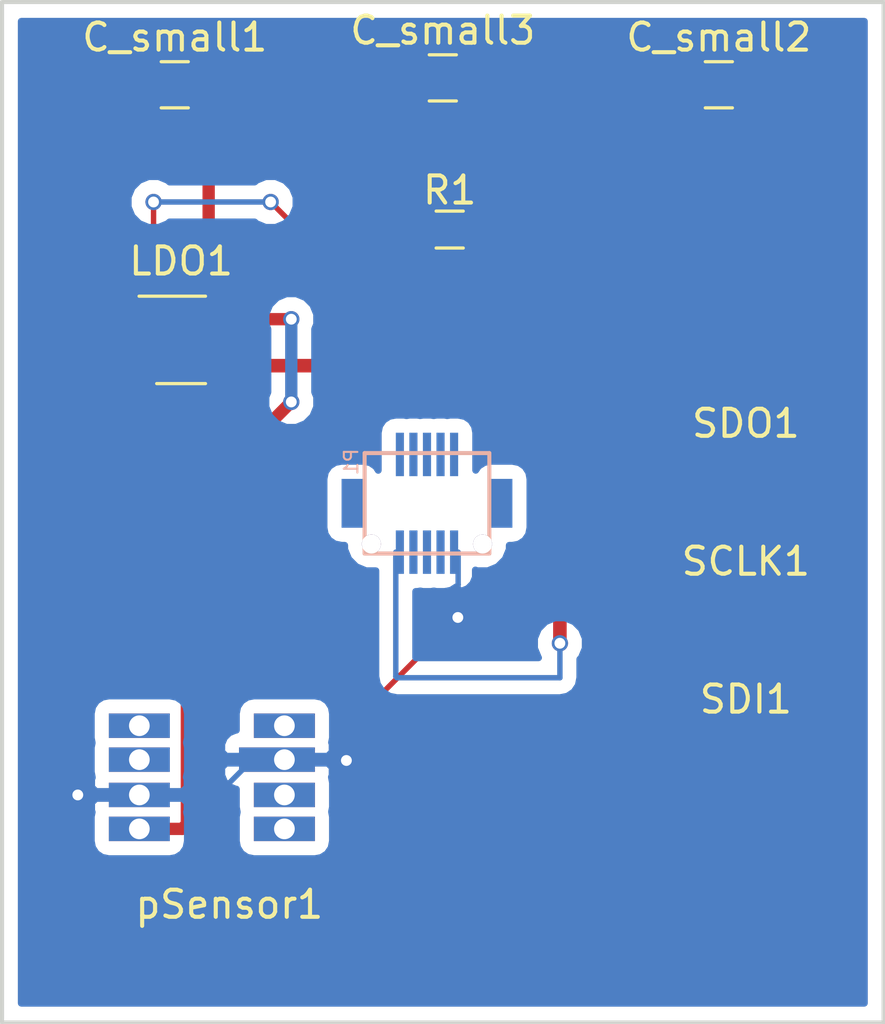
<source format=kicad_pcb>
(kicad_pcb (version 4) (host pcbnew 4.0.6-e0-6349~53~ubuntu16.04.1)

  (general
    (links 20)
    (no_connects 18)
    (area 132.279 96.876 164.704477 115.481)
    (thickness 1.6)
    (drawings 4)
    (tracks 66)
    (zones 0)
    (modules 10)
    (nets 15)
  )

  (page A4)
  (layers
    (0 F.Cu signal)
    (31 B.Cu signal)
    (32 B.Adhes user)
    (33 F.Adhes user)
    (34 B.Paste user)
    (35 F.Paste user)
    (36 B.SilkS user)
    (37 F.SilkS user)
    (38 B.Mask user)
    (39 F.Mask user)
    (40 Dwgs.User user)
    (41 Cmts.User user)
    (42 Eco1.User user)
    (43 Eco2.User user)
    (44 Edge.Cuts user)
    (45 Margin user)
    (46 B.CrtYd user)
    (47 F.CrtYd user)
    (48 B.Fab user hide)
    (49 F.Fab user hide)
  )

  (setup
    (last_trace_width 0.2)
    (trace_clearance 0.1524)
    (zone_clearance 0.508)
    (zone_45_only no)
    (trace_min 0.1524)
    (segment_width 0.2)
    (edge_width 0.15)
    (via_size 0.6)
    (via_drill 0.4)
    (via_min_size 0.4)
    (via_min_drill 0.3302)
    (uvia_size 0.3)
    (uvia_drill 0.1)
    (uvias_allowed no)
    (uvia_min_size 0)
    (uvia_min_drill 0)
    (pcb_text_width 0.3)
    (pcb_text_size 1.5 1.5)
    (mod_edge_width 0.15)
    (mod_text_size 1 1)
    (mod_text_width 0.15)
    (pad_size 0.3 1.6)
    (pad_drill 0)
    (pad_to_mask_clearance 0)
    (aux_axis_origin 0 0)
    (visible_elements FFFFFF7F)
    (pcbplotparams
      (layerselection 0x00030_80000001)
      (usegerberextensions false)
      (excludeedgelayer true)
      (linewidth 0.100000)
      (plotframeref false)
      (viasonmask false)
      (mode 1)
      (useauxorigin false)
      (hpglpennumber 1)
      (hpglpenspeed 20)
      (hpglpendiameter 15)
      (hpglpenoverlay 2)
      (psnegative false)
      (psa4output false)
      (plotreference true)
      (plotvalue true)
      (plotinvisibletext false)
      (padsonsilk false)
      (subtractmaskfromsilk false)
      (outputformat 1)
      (mirror false)
      (drillshape 1)
      (scaleselection 1)
      (outputdirectory ""))
  )

  (net 0 "")
  (net 1 /GND)
  (net 2 /Vreg)
  (net 3 /VDD)
  (net 4 "Net-(LDO1-Pad1)")
  (net 5 "Net-(LDO1-Pad3)")
  (net 6 "Net-(P1-Pad6)")
  (net 7 "Net-(P1-Pad10)")
  (net 8 "Net-(P1-Pad8)")
  (net 9 /CSB)
  (net 10 "Net-(P1-Pad4)")
  (net 11 /SDO)
  (net 12 /SCLK)
  (net 13 /SDI)
  (net 14 "Net-(pSensor1-Pad4)")

  (net_class Default "This is the default net class."
    (clearance 0.1524)
    (trace_width 0.2)
    (via_dia 0.6)
    (via_drill 0.4)
    (uvia_dia 0.3)
    (uvia_drill 0.1)
    (add_net /CSB)
    (add_net /GND)
    (add_net /SCLK)
    (add_net /SDI)
    (add_net /SDO)
    (add_net /VDD)
    (add_net /Vreg)
    (add_net "Net-(LDO1-Pad1)")
    (add_net "Net-(LDO1-Pad3)")
    (add_net "Net-(P1-Pad10)")
    (add_net "Net-(P1-Pad4)")
    (add_net "Net-(P1-Pad6)")
    (add_net "Net-(P1-Pad8)")
    (add_net "Net-(pSensor1-Pad4)")
  )

  (module Capacitors_SMD:C_0805_HandSoldering (layer F.Cu) (tedit 58AA84A8) (tstamp 58E011D9)
    (at 90.698 84.582)
    (descr "Capacitor SMD 0805, hand soldering")
    (tags "capacitor 0805")
    (path /589F5C60)
    (attr smd)
    (fp_text reference C_small1 (at 0 -1.75) (layer F.SilkS)
      (effects (font (size 1 1) (thickness 0.15)))
    )
    (fp_text value 0.1uF (at 0 1.75) (layer F.Fab)
      (effects (font (size 1 1) (thickness 0.15)))
    )
    (fp_text user %R (at 0 -1.75) (layer F.Fab)
      (effects (font (size 1 1) (thickness 0.15)))
    )
    (fp_line (start -1 0.62) (end -1 -0.62) (layer F.Fab) (width 0.1))
    (fp_line (start 1 0.62) (end -1 0.62) (layer F.Fab) (width 0.1))
    (fp_line (start 1 -0.62) (end 1 0.62) (layer F.Fab) (width 0.1))
    (fp_line (start -1 -0.62) (end 1 -0.62) (layer F.Fab) (width 0.1))
    (fp_line (start 0.5 -0.85) (end -0.5 -0.85) (layer F.SilkS) (width 0.12))
    (fp_line (start -0.5 0.85) (end 0.5 0.85) (layer F.SilkS) (width 0.12))
    (fp_line (start -2.25 -0.88) (end 2.25 -0.88) (layer F.CrtYd) (width 0.05))
    (fp_line (start -2.25 -0.88) (end -2.25 0.87) (layer F.CrtYd) (width 0.05))
    (fp_line (start 2.25 0.87) (end 2.25 -0.88) (layer F.CrtYd) (width 0.05))
    (fp_line (start 2.25 0.87) (end -2.25 0.87) (layer F.CrtYd) (width 0.05))
    (pad 1 smd rect (at -1.25 0) (size 1.5 1.25) (layers F.Cu F.Paste F.Mask)
      (net 1 /GND))
    (pad 2 smd rect (at 1.25 0) (size 1.5 1.25) (layers F.Cu F.Paste F.Mask)
      (net 2 /Vreg))
    (model Capacitors_SMD.3dshapes/C_0805.wrl
      (at (xyz 0 0 0))
      (scale (xyz 1 1 1))
      (rotate (xyz 0 0 0))
    )
  )

  (module Capacitors_SMD:C_0805_HandSoldering (layer F.Cu) (tedit 58AA84A8) (tstamp 58E011EA)
    (at 110.764 84.582)
    (descr "Capacitor SMD 0805, hand soldering")
    (tags "capacitor 0805")
    (path /589F5C2D)
    (attr smd)
    (fp_text reference C_small2 (at 0 -1.75) (layer F.SilkS)
      (effects (font (size 1 1) (thickness 0.15)))
    )
    (fp_text value 0.47uF (at 0 1.75) (layer F.Fab)
      (effects (font (size 1 1) (thickness 0.15)))
    )
    (fp_text user %R (at 0 -1.75) (layer F.Fab)
      (effects (font (size 1 1) (thickness 0.15)))
    )
    (fp_line (start -1 0.62) (end -1 -0.62) (layer F.Fab) (width 0.1))
    (fp_line (start 1 0.62) (end -1 0.62) (layer F.Fab) (width 0.1))
    (fp_line (start 1 -0.62) (end 1 0.62) (layer F.Fab) (width 0.1))
    (fp_line (start -1 -0.62) (end 1 -0.62) (layer F.Fab) (width 0.1))
    (fp_line (start 0.5 -0.85) (end -0.5 -0.85) (layer F.SilkS) (width 0.12))
    (fp_line (start -0.5 0.85) (end 0.5 0.85) (layer F.SilkS) (width 0.12))
    (fp_line (start -2.25 -0.88) (end 2.25 -0.88) (layer F.CrtYd) (width 0.05))
    (fp_line (start -2.25 -0.88) (end -2.25 0.87) (layer F.CrtYd) (width 0.05))
    (fp_line (start 2.25 0.87) (end 2.25 -0.88) (layer F.CrtYd) (width 0.05))
    (fp_line (start 2.25 0.87) (end -2.25 0.87) (layer F.CrtYd) (width 0.05))
    (pad 1 smd rect (at -1.25 0) (size 1.5 1.25) (layers F.Cu F.Paste F.Mask)
      (net 1 /GND))
    (pad 2 smd rect (at 1.25 0) (size 1.5 1.25) (layers F.Cu F.Paste F.Mask)
      (net 3 /VDD))
    (model Capacitors_SMD.3dshapes/C_0805.wrl
      (at (xyz 0 0 0))
      (scale (xyz 1 1 1))
      (rotate (xyz 0 0 0))
    )
  )

  (module Capacitors_SMD:C_0805_HandSoldering (layer F.Cu) (tedit 58AA84A8) (tstamp 58E011FB)
    (at 100.584 84.328)
    (descr "Capacitor SMD 0805, hand soldering")
    (tags "capacitor 0805")
    (path /58963991)
    (attr smd)
    (fp_text reference C_small3 (at 0 -1.75) (layer F.SilkS)
      (effects (font (size 1 1) (thickness 0.15)))
    )
    (fp_text value 100nF (at 0 1.75) (layer F.Fab)
      (effects (font (size 1 1) (thickness 0.15)))
    )
    (fp_text user %R (at 0 -1.75) (layer F.Fab)
      (effects (font (size 1 1) (thickness 0.15)))
    )
    (fp_line (start -1 0.62) (end -1 -0.62) (layer F.Fab) (width 0.1))
    (fp_line (start 1 0.62) (end -1 0.62) (layer F.Fab) (width 0.1))
    (fp_line (start 1 -0.62) (end 1 0.62) (layer F.Fab) (width 0.1))
    (fp_line (start -1 -0.62) (end 1 -0.62) (layer F.Fab) (width 0.1))
    (fp_line (start 0.5 -0.85) (end -0.5 -0.85) (layer F.SilkS) (width 0.12))
    (fp_line (start -0.5 0.85) (end 0.5 0.85) (layer F.SilkS) (width 0.12))
    (fp_line (start -2.25 -0.88) (end 2.25 -0.88) (layer F.CrtYd) (width 0.05))
    (fp_line (start -2.25 -0.88) (end -2.25 0.87) (layer F.CrtYd) (width 0.05))
    (fp_line (start 2.25 0.87) (end 2.25 -0.88) (layer F.CrtYd) (width 0.05))
    (fp_line (start 2.25 0.87) (end -2.25 0.87) (layer F.CrtYd) (width 0.05))
    (pad 1 smd rect (at -1.25 0) (size 1.5 1.25) (layers F.Cu F.Paste F.Mask)
      (net 2 /Vreg))
    (pad 2 smd rect (at 1.25 0) (size 1.5 1.25) (layers F.Cu F.Paste F.Mask)
      (net 1 /GND))
    (model Capacitors_SMD.3dshapes/C_0805.wrl
      (at (xyz 0 0 0))
      (scale (xyz 1 1 1))
      (rotate (xyz 0 0 0))
    )
  )

  (module TO_SOT_Packages_SMD:SOT-23-5_HandSoldering (layer F.Cu) (tedit 58CE4E7E) (tstamp 58E01210)
    (at 90.932 93.98)
    (descr "5-pin SOT23 package")
    (tags "SOT-23-5 hand-soldering")
    (path /58C0FDA0)
    (attr smd)
    (fp_text reference LDO1 (at 0 -2.9) (layer F.SilkS)
      (effects (font (size 1 1) (thickness 0.15)))
    )
    (fp_text value TPS79733QDCKRQ1 (at 0 2.9) (layer F.Fab)
      (effects (font (size 1 1) (thickness 0.15)))
    )
    (fp_text user %R (at 0 0) (layer F.Fab)
      (effects (font (size 0.5 0.5) (thickness 0.075)))
    )
    (fp_line (start -0.9 1.61) (end 0.9 1.61) (layer F.SilkS) (width 0.12))
    (fp_line (start 0.9 -1.61) (end -1.55 -1.61) (layer F.SilkS) (width 0.12))
    (fp_line (start -0.9 -0.9) (end -0.25 -1.55) (layer F.Fab) (width 0.1))
    (fp_line (start 0.9 -1.55) (end -0.25 -1.55) (layer F.Fab) (width 0.1))
    (fp_line (start -0.9 -0.9) (end -0.9 1.55) (layer F.Fab) (width 0.1))
    (fp_line (start 0.9 1.55) (end -0.9 1.55) (layer F.Fab) (width 0.1))
    (fp_line (start 0.9 -1.55) (end 0.9 1.55) (layer F.Fab) (width 0.1))
    (fp_line (start -2.38 -1.8) (end 2.38 -1.8) (layer F.CrtYd) (width 0.05))
    (fp_line (start -2.38 -1.8) (end -2.38 1.8) (layer F.CrtYd) (width 0.05))
    (fp_line (start 2.38 1.8) (end 2.38 -1.8) (layer F.CrtYd) (width 0.05))
    (fp_line (start 2.38 1.8) (end -2.38 1.8) (layer F.CrtYd) (width 0.05))
    (pad 1 smd rect (at -1.35 -0.95) (size 1.56 0.65) (layers F.Cu F.Paste F.Mask)
      (net 4 "Net-(LDO1-Pad1)"))
    (pad 2 smd rect (at -1.35 0) (size 1.56 0.65) (layers F.Cu F.Paste F.Mask)
      (net 1 /GND))
    (pad 3 smd rect (at -1.35 0.95) (size 1.56 0.65) (layers F.Cu F.Paste F.Mask)
      (net 5 "Net-(LDO1-Pad3)"))
    (pad 4 smd rect (at 1.35 0.95) (size 1.56 0.65) (layers F.Cu F.Paste F.Mask)
      (net 3 /VDD))
    (pad 5 smd rect (at 1.35 -0.95) (size 1.56 0.65) (layers F.Cu F.Paste F.Mask)
      (net 2 /Vreg))
    (model ${KISYS3DMOD}/TO_SOT_Packages_SMD.3dshapes\SOT-23-5.wrl
      (at (xyz 0 0 0))
      (scale (xyz 1 1 1))
      (rotate (xyz 0 0 0))
    )
  )

  (module robosub_footprints:3mm-10pos-receptacle (layer B.Cu) (tedit 58E02F36) (tstamp 58E01226)
    (at 100 100)
    (path /58964302)
    (attr smd)
    (fp_text reference P1 (at -2.794 -1.524 270) (layer B.SilkS)
      (effects (font (size 0.5 0.5) (thickness 0.075)) (justify mirror))
    )
    (fp_text value Mezzanine-Header (at 0.254 -3.556) (layer B.Fab)
      (effects (font (size 1 1) (thickness 0.15)) (justify mirror))
    )
    (fp_line (start 2.3 -1.85) (end 2.3 1.85) (layer B.SilkS) (width 0.15))
    (fp_line (start -2.3 1.85) (end 2.3 1.85) (layer B.SilkS) (width 0.15))
    (fp_line (start -2.3 -1.85) (end 2.3 -1.85) (layer B.SilkS) (width 0.15))
    (fp_line (start -2.3 -1.85) (end -2.3 1.85) (layer B.SilkS) (width 0.15))
    (pad "" thru_hole circle (at 2.05 1.5) (size 0.7 0.7) (drill 0.7) (layers *.Cu *.Mask))
    (pad "" thru_hole circle (at -2.05 1.5) (size 0.7 0.7) (drill 0.7) (layers *.Cu *.Mask))
    (pad 6 smd rect (at 0 -1.8) (size 0.3 1.6) (layers B.Cu B.Paste B.Mask)
      (net 6 "Net-(P1-Pad6)"))
    (pad 10 smd rect (at 1 -1.8) (size 0.3 1.6) (layers B.Cu B.Paste B.Mask)
      (net 7 "Net-(P1-Pad10)"))
    (pad 8 smd rect (at 0.5 -1.8) (size 0.3 1.6) (layers B.Cu B.Paste B.Mask)
      (net 8 "Net-(P1-Pad8)"))
    (pad 2 smd rect (at -1 -1.8) (size 0.3 1.6) (layers B.Cu B.Paste B.Mask)
      (net 9 /CSB))
    (pad 4 smd rect (at -0.5 -1.8) (size 0.3 1.6) (layers B.Cu B.Paste B.Mask)
      (net 10 "Net-(P1-Pad4)"))
    (pad 5 smd rect (at 0 1.8) (size 0.3 1.6) (layers B.Cu B.Paste B.Mask)
      (net 11 /SDO))
    (pad 3 smd rect (at -0.5 1.8) (size 0.3 1.6) (layers B.Cu B.Paste B.Mask)
      (net 12 /SCLK))
    (pad 1 smd rect (at -1 1.8) (size 0.3 1.6) (layers B.Cu B.Paste B.Mask)
      (net 3 /VDD))
    (pad 9 smd rect (at 1 1.8) (size 0.3 1.6) (layers B.Cu B.Paste B.Mask)
      (net 1 /GND))
    (pad 7 smd rect (at 0.5 1.8) (size 0.3 1.6) (layers B.Cu B.Paste B.Mask)
      (net 13 /SDI))
    (pad "" smd rect (at 2.75 0) (size 0.8 1.8) (layers B.Cu B.Paste B.Mask))
    (pad "" smd rect (at -2.75 0) (size 0.8 1.8) (layers B.Cu B.Paste B.Mask))
    (model robosub.3dshapes/3mm-10pos-receptacle.wrl
      (at (xyz 0 0 0))
      (scale (xyz 0.4 0.4 0.4))
      (rotate (xyz -90 0 0))
    )
  )

  (module robosub_footprints:MS5803-14BA (layer F.Cu) (tedit 58D47551) (tstamp 58E01232)
    (at 89.392 111.994)
    (path /58C10254)
    (fp_text reference pSensor1 (at 3.318 2.784) (layer F.SilkS)
      (effects (font (size 1 1) (thickness 0.15)))
    )
    (fp_text value MS580314BA01-00 (at 11.43 3.81) (layer F.Fab)
      (effects (font (size 1 1) (thickness 0.15)))
    )
    (pad 1 thru_hole rect (at 5.35 -3.8) (size 2.25 0.9) (drill 0.762) (layers *.Cu *.Mask)
      (net 12 /SCLK))
    (pad 2 thru_hole rect (at 5.35 -2.55) (size 2.8 0.9) (drill 0.762 (offset -0.275 0)) (layers *.Cu *.Mask)
      (net 1 /GND))
    (pad 3 thru_hole rect (at 5.35 -1.25) (size 2.25 0.9) (drill 0.762) (layers *.Cu *.Mask)
      (net 9 /CSB))
    (pad 4 thru_hole rect (at 5.35 0) (size 2.25 0.9) (drill 0.762) (layers *.Cu *.Mask)
      (net 14 "Net-(pSensor1-Pad4)"))
    (pad 5 thru_hole rect (at 0 0) (size 2.25 0.9) (drill 0.762) (layers *.Cu *.Mask)
      (net 2 /Vreg))
    (pad 6 thru_hole rect (at 0 -1.25) (size 2.25 0.9) (drill 0.762) (layers *.Cu *.Mask)
      (net 1 /GND))
    (pad 7 thru_hole rect (at 0 -2.55) (size 2.25 0.9) (drill 0.762) (layers *.Cu *.Mask)
      (net 13 /SDI))
    (pad 8 thru_hole rect (at 0 -3.8) (size 2.25 0.9) (drill 0.762) (layers *.Cu *.Mask)
      (net 11 /SDO))
  )

  (module Resistors_SMD:R_0603_HandSoldering (layer F.Cu) (tedit 58AAD9E8) (tstamp 58E01243)
    (at 100.838 89.916)
    (descr "Resistor SMD 0603, hand soldering")
    (tags "resistor 0603")
    (path /58C20097)
    (attr smd)
    (fp_text reference R1 (at 0 -1.45) (layer F.SilkS)
      (effects (font (size 1 1) (thickness 0.15)))
    )
    (fp_text value 100K (at 0 1.55) (layer F.Fab)
      (effects (font (size 1 1) (thickness 0.15)))
    )
    (fp_text user %R (at 0 -1.45) (layer F.Fab)
      (effects (font (size 1 1) (thickness 0.15)))
    )
    (fp_line (start -0.8 0.4) (end -0.8 -0.4) (layer F.Fab) (width 0.1))
    (fp_line (start 0.8 0.4) (end -0.8 0.4) (layer F.Fab) (width 0.1))
    (fp_line (start 0.8 -0.4) (end 0.8 0.4) (layer F.Fab) (width 0.1))
    (fp_line (start -0.8 -0.4) (end 0.8 -0.4) (layer F.Fab) (width 0.1))
    (fp_line (start 0.5 0.68) (end -0.5 0.68) (layer F.SilkS) (width 0.12))
    (fp_line (start -0.5 -0.68) (end 0.5 -0.68) (layer F.SilkS) (width 0.12))
    (fp_line (start -1.96 -0.7) (end 1.95 -0.7) (layer F.CrtYd) (width 0.05))
    (fp_line (start -1.96 -0.7) (end -1.96 0.7) (layer F.CrtYd) (width 0.05))
    (fp_line (start 1.95 0.7) (end 1.95 -0.7) (layer F.CrtYd) (width 0.05))
    (fp_line (start 1.95 0.7) (end -1.96 0.7) (layer F.CrtYd) (width 0.05))
    (pad 1 smd rect (at -1.1 0) (size 1.2 0.9) (layers F.Cu F.Paste F.Mask)
      (net 2 /Vreg))
    (pad 2 smd rect (at 1.1 0) (size 1.2 0.9) (layers F.Cu F.Paste F.Mask)
      (net 4 "Net-(LDO1-Pad1)"))
    (model Resistors_SMD.3dshapes/R_0603.wrl
      (at (xyz 0 0 0))
      (scale (xyz 1 1 1))
      (rotate (xyz 0 0 0))
    )
  )

  (module Measurement_Points:Measurement_Point_Round-SMD-Pad_Small (layer F.Cu) (tedit 56C35ED0) (tstamp 58E01249)
    (at 111.76 104.14)
    (descr "Mesurement Point, Round, SMD Pad, DM 1.5mm,")
    (tags "Mesurement Point Round SMD Pad 1.5mm")
    (path /58964949)
    (attr virtual)
    (fp_text reference SCLK1 (at 0 -2) (layer F.SilkS)
      (effects (font (size 1 1) (thickness 0.15)))
    )
    (fp_text value TEST (at 0 2) (layer F.Fab)
      (effects (font (size 1 1) (thickness 0.15)))
    )
    (fp_circle (center 0 0) (end 1 0) (layer F.CrtYd) (width 0.05))
    (pad 1 smd circle (at 0 0) (size 1.5 1.5) (layers F.Cu F.Mask)
      (net 12 /SCLK))
  )

  (module Measurement_Points:Measurement_Point_Round-SMD-Pad_Small (layer F.Cu) (tedit 56C35ED0) (tstamp 58E0124F)
    (at 111.76 109.22)
    (descr "Mesurement Point, Round, SMD Pad, DM 1.5mm,")
    (tags "Mesurement Point Round SMD Pad 1.5mm")
    (path /5896488A)
    (attr virtual)
    (fp_text reference SDI1 (at 0 -2) (layer F.SilkS)
      (effects (font (size 1 1) (thickness 0.15)))
    )
    (fp_text value TEST (at 0 2) (layer F.Fab)
      (effects (font (size 1 1) (thickness 0.15)))
    )
    (fp_circle (center 0 0) (end 1 0) (layer F.CrtYd) (width 0.05))
    (pad 1 smd circle (at 0 0) (size 1.5 1.5) (layers F.Cu F.Mask)
      (net 13 /SDI))
  )

  (module Measurement_Points:Measurement_Point_Round-SMD-Pad_Small (layer F.Cu) (tedit 56C35ED0) (tstamp 58E01255)
    (at 111.76 99.06)
    (descr "Mesurement Point, Round, SMD Pad, DM 1.5mm,")
    (tags "Mesurement Point Round SMD Pad 1.5mm")
    (path /58964915)
    (attr virtual)
    (fp_text reference SDO1 (at 0 -2) (layer F.SilkS)
      (effects (font (size 1 1) (thickness 0.15)))
    )
    (fp_text value TEST (at 0 2) (layer F.Fab)
      (effects (font (size 1 1) (thickness 0.15)))
    )
    (fp_circle (center 0 0) (end 1 0) (layer F.CrtYd) (width 0.05))
    (pad 1 smd circle (at 0 0) (size 1.5 1.5) (layers F.Cu F.Mask)
      (net 11 /SDO))
  )

  (gr_line (start 84.328 119.126) (end 84.328 81.534) (layer Edge.Cuts) (width 0.15))
  (gr_line (start 116.84 119.126) (end 84.328 119.126) (layer Edge.Cuts) (width 0.15))
  (gr_line (start 116.84 81.534) (end 116.84 119.126) (layer Edge.Cuts) (width 0.15))
  (gr_line (start 84.328 81.534) (end 116.84 81.534) (layer Edge.Cuts) (width 0.15))

  (segment (start 89.582 93.98) (end 88.602 93.98) (width 0.2) (layer F.Cu) (net 1))
  (segment (start 88.602 93.98) (end 87.122 95.46) (width 0.2) (layer F.Cu) (net 1))
  (segment (start 87.122 110.319736) (end 87.122 110.744) (width 0.2) (layer F.Cu) (net 1))
  (segment (start 87.122 95.46) (end 87.122 110.319736) (width 0.2) (layer F.Cu) (net 1))
  (segment (start 101.138416 104.206) (end 101.138416 103.011586) (width 0.2) (layer B.Cu) (net 1))
  (segment (start 101.138416 103.011586) (end 101.150001 103.000001) (width 0.2) (layer B.Cu) (net 1))
  (segment (start 101.150001 103.000001) (end 101.150001 101.8) (width 0.2) (layer B.Cu) (net 1))
  (segment (start 97.028 109.474) (end 97.028 108.316416) (width 0.2) (layer F.Cu) (net 1))
  (segment (start 97.028 108.316416) (end 101.138416 104.206) (width 0.2) (layer F.Cu) (net 1))
  (via (at 101.138416 104.206) (size 0.6) (drill 0.4) (layers F.Cu B.Cu) (net 1))
  (segment (start 97.028 109.474) (end 94.772 109.474) (width 0.2) (layer F.Cu) (net 1))
  (segment (start 94.772 109.474) (end 94.742 109.444) (width 0.2) (layer F.Cu) (net 1))
  (segment (start 93.536998 109.474) (end 97.028 109.474) (width 0.2) (layer B.Cu) (net 1))
  (via (at 97.028 109.474) (size 0.6) (drill 0.4) (layers F.Cu B.Cu) (net 1))
  (segment (start 87.122 110.744) (end 92.266998 110.744) (width 0.2) (layer B.Cu) (net 1))
  (segment (start 92.266998 110.744) (end 93.536998 109.474) (width 0.2) (layer B.Cu) (net 1))
  (segment (start 89.392 110.744) (end 87.122 110.744) (width 0.2) (layer F.Cu) (net 1))
  (via (at 87.122 110.744) (size 0.6) (drill 0.4) (layers F.Cu B.Cu) (net 1))
  (segment (start 101.834 84.328) (end 109.26 84.328) (width 0.2) (layer F.Cu) (net 1))
  (segment (start 109.26 84.328) (end 109.514 84.582) (width 0.2) (layer F.Cu) (net 1))
  (segment (start 101.834 84.328) (end 101.709 84.328) (width 0.2) (layer F.Cu) (net 1))
  (segment (start 101.709 84.328) (end 100.583999 83.202999) (width 0.2) (layer F.Cu) (net 1))
  (segment (start 100.583999 83.202999) (end 90.952001 83.202999) (width 0.2) (layer F.Cu) (net 1))
  (segment (start 90.952001 83.202999) (end 89.573 84.582) (width 0.2) (layer F.Cu) (net 1))
  (segment (start 89.573 84.582) (end 89.448 84.582) (width 0.2) (layer F.Cu) (net 1))
  (segment (start 89.448 84.582) (end 89.448 85.407) (width 0.2) (layer F.Cu) (net 1))
  (segment (start 89.448 85.407) (end 88.301999 86.553001) (width 0.2) (layer F.Cu) (net 1))
  (segment (start 88.301999 93.755001) (end 88.526998 93.98) (width 0.2) (layer F.Cu) (net 1))
  (segment (start 88.301999 86.553001) (end 88.301999 93.755001) (width 0.2) (layer F.Cu) (net 1))
  (segment (start 88.526998 93.98) (end 88.602 93.98) (width 0.2) (layer F.Cu) (net 1))
  (segment (start 89.448 84.582) (end 89.323 84.582) (width 0.454) (layer F.Cu) (net 1))
  (segment (start 94.996 93.218) (end 92.47 93.218) (width 0.454) (layer F.Cu) (net 2))
  (segment (start 92.47 93.218) (end 92.282 93.03) (width 0.454) (layer F.Cu) (net 2))
  (segment (start 94.996 96.266) (end 94.996 93.218) (width 0.454) (layer B.Cu) (net 2))
  (via (at 94.996 93.218) (size 0.6) (drill 0.4) (layers F.Cu B.Cu) (net 2))
  (segment (start 89.392 111.994) (end 90.971 111.994) (width 0.454) (layer F.Cu) (net 2))
  (segment (start 90.971 111.994) (end 91.144001 111.820999) (width 0.454) (layer F.Cu) (net 2))
  (segment (start 91.144001 111.820999) (end 91.144001 100.117999) (width 0.454) (layer F.Cu) (net 2))
  (segment (start 91.144001 100.117999) (end 94.996 96.266) (width 0.454) (layer F.Cu) (net 2))
  (via (at 94.996 96.266) (size 0.6) (drill 0.4) (layers F.Cu B.Cu) (net 2))
  (segment (start 99.334 84.328) (end 99.334 89.512) (width 0.5) (layer F.Cu) (net 2))
  (segment (start 99.334 89.512) (end 99.738 89.916) (width 0.5) (layer F.Cu) (net 2))
  (segment (start 99.334 84.328) (end 92.202 84.328) (width 0.5) (layer F.Cu) (net 2))
  (segment (start 92.202 84.328) (end 91.948 84.582) (width 0.5) (layer F.Cu) (net 2))
  (segment (start 91.948 84.582) (end 91.948 92.696) (width 0.454) (layer F.Cu) (net 2))
  (segment (start 91.948 92.696) (end 92.282 93.03) (width 0.454) (layer F.Cu) (net 2))
  (segment (start 98.849999 101.8) (end 98.849999 106.382001) (width 0.2) (layer B.Cu) (net 3))
  (segment (start 98.849999 106.382001) (end 98.893998 106.426) (width 0.2) (layer B.Cu) (net 3))
  (segment (start 104.902 106.426) (end 104.902 105.156) (width 0.2) (layer B.Cu) (net 3))
  (segment (start 98.893998 106.426) (end 104.902 106.426) (width 0.2) (layer B.Cu) (net 3))
  (via (at 104.902 105.156) (size 0.6) (drill 0.4) (layers F.Cu B.Cu) (net 3))
  (segment (start 104.902 92.819) (end 104.902 105.156) (width 0.5) (layer F.Cu) (net 3))
  (segment (start 112.014 85.707) (end 104.902 92.819) (width 0.5) (layer F.Cu) (net 3))
  (segment (start 112.014 84.582) (end 112.014 85.707) (width 0.5) (layer F.Cu) (net 3))
  (segment (start 112.014 85.707) (end 102.791 94.93) (width 0.5) (layer F.Cu) (net 3))
  (segment (start 102.791 94.93) (end 93.562 94.93) (width 0.5) (layer F.Cu) (net 3))
  (segment (start 93.562 94.93) (end 92.282 94.93) (width 0.5) (layer F.Cu) (net 3))
  (segment (start 89.916 88.9) (end 89.916 92.696) (width 0.2) (layer F.Cu) (net 4))
  (segment (start 89.916 92.696) (end 89.582 93.03) (width 0.2) (layer F.Cu) (net 4))
  (segment (start 94.234 88.9) (end 89.916 88.9) (width 0.2) (layer B.Cu) (net 4))
  (via (at 89.916 88.9) (size 0.6) (drill 0.4) (layers F.Cu B.Cu) (net 4))
  (segment (start 96.200001 90.866001) (end 94.234 88.9) (width 0.2) (layer F.Cu) (net 4))
  (via (at 94.234 88.9) (size 0.6) (drill 0.4) (layers F.Cu B.Cu) (net 4))
  (segment (start 101.938 89.916) (end 101.788 89.916) (width 0.2) (layer F.Cu) (net 4))
  (segment (start 101.788 89.916) (end 100.837999 90.866001) (width 0.2) (layer F.Cu) (net 4))
  (segment (start 100.837999 90.866001) (end 96.200001 90.866001) (width 0.2) (layer F.Cu) (net 4))

  (zone (net 1) (net_name /GND) (layer B.Cu) (tstamp 0) (hatch edge 0.508)
    (connect_pads (clearance 0.508))
    (min_thickness 0.254)
    (fill yes (arc_segments 16) (thermal_gap 0.508) (thermal_bridge_width 0.508))
    (polygon
      (pts
        (xy 116.586 81.788) (xy 84.582 81.788) (xy 84.582 118.872) (xy 116.586 118.872)
      )
    )
    (filled_polygon
      (pts
        (xy 116.13 118.416) (xy 85.038 118.416) (xy 85.038 111.544) (xy 87.61956 111.544) (xy 87.61956 112.444)
        (xy 87.663838 112.679317) (xy 87.80291 112.895441) (xy 88.01511 113.040431) (xy 88.267 113.09144) (xy 90.517 113.09144)
        (xy 90.752317 113.047162) (xy 90.968441 112.90809) (xy 91.113431 112.69589) (xy 91.16444 112.444) (xy 91.16444 111.544)
        (xy 91.131612 111.369532) (xy 91.152 111.32031) (xy 91.152 111.02975) (xy 90.99325 110.871) (xy 89.519 110.871)
        (xy 89.519 110.891) (xy 89.265 110.891) (xy 89.265 110.871) (xy 87.79075 110.871) (xy 87.632 111.02975)
        (xy 87.632 111.32031) (xy 87.654069 111.373589) (xy 87.61956 111.544) (xy 85.038 111.544) (xy 85.038 107.744)
        (xy 87.61956 107.744) (xy 87.61956 108.644) (xy 87.653697 108.825424) (xy 87.61956 108.994) (xy 87.61956 109.894)
        (xy 87.658858 110.10285) (xy 87.632 110.16769) (xy 87.632 110.45825) (xy 87.79075 110.617) (xy 89.265 110.617)
        (xy 89.265 110.597) (xy 89.519 110.597) (xy 89.519 110.617) (xy 90.99325 110.617) (xy 91.152 110.45825)
        (xy 91.152 110.16769) (xy 91.12313 110.097993) (xy 91.16444 109.894) (xy 91.16444 109.72975) (xy 92.432 109.72975)
        (xy 92.432 110.02031) (xy 92.528673 110.253699) (xy 92.707302 110.432327) (xy 92.940691 110.529) (xy 92.96956 110.529)
        (xy 92.96956 111.194) (xy 93.003697 111.375424) (xy 92.96956 111.544) (xy 92.96956 112.444) (xy 93.013838 112.679317)
        (xy 93.15291 112.895441) (xy 93.36511 113.040431) (xy 93.617 113.09144) (xy 95.867 113.09144) (xy 96.102317 113.047162)
        (xy 96.318441 112.90809) (xy 96.463431 112.69589) (xy 96.51444 112.444) (xy 96.51444 111.544) (xy 96.480303 111.362576)
        (xy 96.51444 111.194) (xy 96.51444 110.294) (xy 96.475142 110.08515) (xy 96.502 110.02031) (xy 96.502 109.72975)
        (xy 96.34325 109.571) (xy 94.594 109.571) (xy 94.594 109.591) (xy 94.34 109.591) (xy 94.34 109.571)
        (xy 92.59075 109.571) (xy 92.432 109.72975) (xy 91.16444 109.72975) (xy 91.16444 108.994) (xy 91.140674 108.86769)
        (xy 92.432 108.86769) (xy 92.432 109.15825) (xy 92.59075 109.317) (xy 94.34 109.317) (xy 94.34 109.297)
        (xy 94.594 109.297) (xy 94.594 109.317) (xy 96.34325 109.317) (xy 96.502 109.15825) (xy 96.502 108.86769)
        (xy 96.479931 108.814411) (xy 96.51444 108.644) (xy 96.51444 107.744) (xy 96.470162 107.508683) (xy 96.33109 107.292559)
        (xy 96.11889 107.147569) (xy 95.867 107.09656) (xy 93.617 107.09656) (xy 93.381683 107.140838) (xy 93.165559 107.27991)
        (xy 93.020569 107.49211) (xy 92.96956 107.744) (xy 92.96956 108.359) (xy 92.940691 108.359) (xy 92.707302 108.455673)
        (xy 92.528673 108.634301) (xy 92.432 108.86769) (xy 91.140674 108.86769) (xy 91.130303 108.812576) (xy 91.16444 108.644)
        (xy 91.16444 107.744) (xy 91.120162 107.508683) (xy 90.98109 107.292559) (xy 90.76889 107.147569) (xy 90.517 107.09656)
        (xy 88.267 107.09656) (xy 88.031683 107.140838) (xy 87.815559 107.27991) (xy 87.670569 107.49211) (xy 87.61956 107.744)
        (xy 85.038 107.744) (xy 85.038 99.1) (xy 96.20256 99.1) (xy 96.20256 100.9) (xy 96.246838 101.135317)
        (xy 96.38591 101.351441) (xy 96.59811 101.496431) (xy 96.85 101.54744) (xy 96.964959 101.54744) (xy 96.96483 101.695069)
        (xy 97.114471 102.057229) (xy 97.391314 102.334555) (xy 97.753212 102.484828) (xy 98.114999 102.485144) (xy 98.114999 106.382001)
        (xy 98.170948 106.663273) (xy 98.330276 106.901724) (xy 98.374275 106.945723) (xy 98.612726 107.105051) (xy 98.893998 107.161)
        (xy 104.902 107.161) (xy 105.183272 107.105051) (xy 105.421723 106.945723) (xy 105.581051 106.707272) (xy 105.637 106.426)
        (xy 105.637 105.743419) (xy 105.694192 105.686327) (xy 105.836838 105.342799) (xy 105.837162 104.970833) (xy 105.695117 104.627057)
        (xy 105.432327 104.363808) (xy 105.088799 104.221162) (xy 104.716833 104.220838) (xy 104.373057 104.362883) (xy 104.109808 104.625673)
        (xy 103.967162 104.969201) (xy 103.966838 105.341167) (xy 104.108883 105.684943) (xy 104.114929 105.691) (xy 99.584999 105.691)
        (xy 99.584999 103.24744) (xy 99.65 103.24744) (xy 99.753671 103.227933) (xy 99.85 103.24744) (xy 100.15 103.24744)
        (xy 100.253671 103.227933) (xy 100.35 103.24744) (xy 100.65 103.24744) (xy 100.721324 103.234019) (xy 100.723691 103.235)
        (xy 100.76625 103.235) (xy 100.777871 103.223379) (xy 100.885317 103.203162) (xy 101.077954 103.079204) (xy 101.23375 103.235)
        (xy 101.276309 103.235) (xy 101.509698 103.138327) (xy 101.688327 102.959699) (xy 101.785 102.72631) (xy 101.785 102.456504)
        (xy 101.853212 102.484828) (xy 102.245069 102.48517) (xy 102.607229 102.335529) (xy 102.884555 102.058686) (xy 103.034828 101.696788)
        (xy 103.034958 101.54744) (xy 103.15 101.54744) (xy 103.385317 101.503162) (xy 103.601441 101.36409) (xy 103.746431 101.15189)
        (xy 103.79744 100.9) (xy 103.79744 99.1) (xy 103.753162 98.864683) (xy 103.61409 98.648559) (xy 103.40189 98.503569)
        (xy 103.15 98.45256) (xy 102.35 98.45256) (xy 102.114683 98.496838) (xy 101.898559 98.63591) (xy 101.79744 98.783903)
        (xy 101.79744 97.4) (xy 101.753162 97.164683) (xy 101.61409 96.948559) (xy 101.40189 96.803569) (xy 101.15 96.75256)
        (xy 100.85 96.75256) (xy 100.746329 96.772067) (xy 100.65 96.75256) (xy 100.35 96.75256) (xy 100.246329 96.772067)
        (xy 100.15 96.75256) (xy 99.85 96.75256) (xy 99.746329 96.772067) (xy 99.65 96.75256) (xy 99.35 96.75256)
        (xy 99.246329 96.772067) (xy 99.15 96.75256) (xy 98.85 96.75256) (xy 98.614683 96.796838) (xy 98.398559 96.93591)
        (xy 98.253569 97.14811) (xy 98.20256 97.4) (xy 98.20256 98.786045) (xy 98.11409 98.648559) (xy 97.90189 98.503569)
        (xy 97.65 98.45256) (xy 96.85 98.45256) (xy 96.614683 98.496838) (xy 96.398559 98.63591) (xy 96.253569 98.84811)
        (xy 96.20256 99.1) (xy 85.038 99.1) (xy 85.038 93.403167) (xy 94.060838 93.403167) (xy 94.134 93.580233)
        (xy 94.134 95.903788) (xy 94.061162 96.079201) (xy 94.060838 96.451167) (xy 94.202883 96.794943) (xy 94.465673 97.058192)
        (xy 94.809201 97.200838) (xy 95.181167 97.201162) (xy 95.524943 97.059117) (xy 95.788192 96.796327) (xy 95.930838 96.452799)
        (xy 95.931162 96.080833) (xy 95.858 95.903767) (xy 95.858 93.580212) (xy 95.930838 93.404799) (xy 95.931162 93.032833)
        (xy 95.789117 92.689057) (xy 95.526327 92.425808) (xy 95.182799 92.283162) (xy 94.810833 92.282838) (xy 94.467057 92.424883)
        (xy 94.203808 92.687673) (xy 94.061162 93.031201) (xy 94.060838 93.403167) (xy 85.038 93.403167) (xy 85.038 89.085167)
        (xy 88.980838 89.085167) (xy 89.122883 89.428943) (xy 89.385673 89.692192) (xy 89.729201 89.834838) (xy 90.101167 89.835162)
        (xy 90.444943 89.693117) (xy 90.503162 89.635) (xy 93.646581 89.635) (xy 93.703673 89.692192) (xy 94.047201 89.834838)
        (xy 94.419167 89.835162) (xy 94.762943 89.693117) (xy 95.026192 89.430327) (xy 95.168838 89.086799) (xy 95.169162 88.714833)
        (xy 95.027117 88.371057) (xy 94.764327 88.107808) (xy 94.420799 87.965162) (xy 94.048833 87.964838) (xy 93.705057 88.106883)
        (xy 93.646838 88.165) (xy 90.503419 88.165) (xy 90.446327 88.107808) (xy 90.102799 87.965162) (xy 89.730833 87.964838)
        (xy 89.387057 88.106883) (xy 89.123808 88.369673) (xy 88.981162 88.713201) (xy 88.980838 89.085167) (xy 85.038 89.085167)
        (xy 85.038 82.244) (xy 116.13 82.244)
      )
    )
  )
)

</source>
